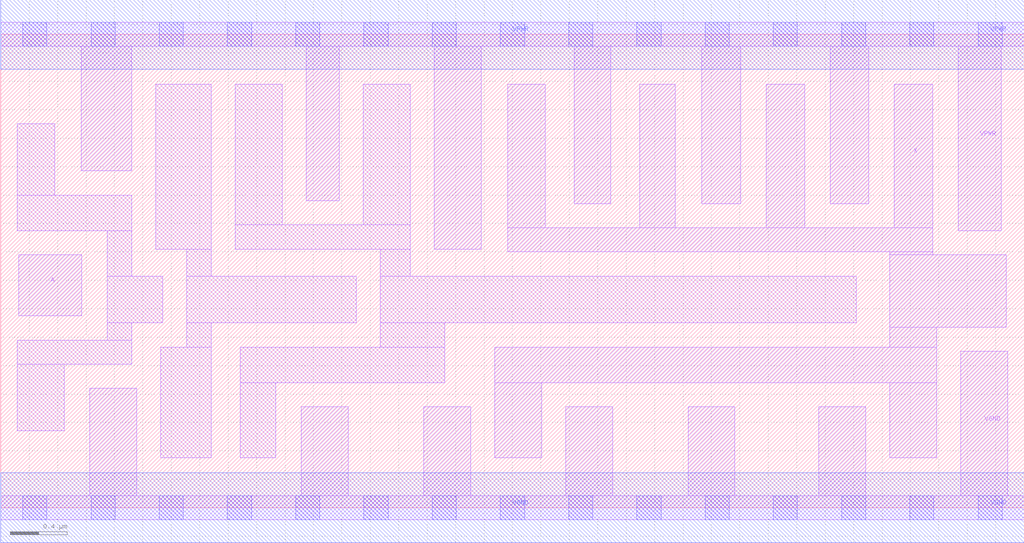
<source format=lef>
# Copyright 2020 The SkyWater PDK Authors
#
# Licensed under the Apache License, Version 2.0 (the "License");
# you may not use this file except in compliance with the License.
# You may obtain a copy of the License at
#
#     https://www.apache.org/licenses/LICENSE-2.0
#
# Unless required by applicable law or agreed to in writing, software
# distributed under the License is distributed on an "AS IS" BASIS,
# WITHOUT WARRANTIES OR CONDITIONS OF ANY KIND, either express or implied.
# See the License for the specific language governing permissions and
# limitations under the License.
#
# SPDX-License-Identifier: Apache-2.0

VERSION 5.7 ;
  NAMESCASESENSITIVE ON ;
  NOWIREEXTENSIONATPIN ON ;
  DIVIDERCHAR "/" ;
  BUSBITCHARS "[]" ;
UNITS
  DATABASE MICRONS 200 ;
END UNITS
MACRO sky130_fd_sc_ms__bufbuf_8
  CLASS CORE ;
  SOURCE USER ;
  FOREIGN sky130_fd_sc_ms__bufbuf_8 ;
  ORIGIN  0.000000  0.000000 ;
  SIZE  7.200000 BY  3.330000 ;
  SYMMETRY X Y ;
  SITE unit ;
  PIN A
    ANTENNAGATEAREA  0.233700 ;
    DIRECTION INPUT ;
    USE SIGNAL ;
    PORT
      LAYER li1 ;
        RECT 0.125000 1.350000 0.570000 1.780000 ;
    END
  END A
  PIN X
    ANTENNADIFFAREA  2.138800 ;
    DIRECTION OUTPUT ;
    USE SIGNAL ;
    PORT
      LAYER li1 ;
        RECT 3.475000 0.350000 3.805000 0.880000 ;
        RECT 3.475000 0.880000 6.585000 1.130000 ;
        RECT 3.565000 1.800000 6.555000 1.970000 ;
        RECT 3.565000 1.970000 3.830000 2.980000 ;
        RECT 4.495000 1.970000 4.745000 2.980000 ;
        RECT 5.385000 1.970000 5.655000 2.980000 ;
        RECT 6.255000 0.350000 6.585000 0.880000 ;
        RECT 6.255000 1.130000 6.585000 1.270000 ;
        RECT 6.255000 1.270000 7.075000 1.780000 ;
        RECT 6.255000 1.780000 6.555000 1.800000 ;
        RECT 6.285000 1.970000 6.555000 2.980000 ;
    END
  END X
  PIN VGND
    DIRECTION INOUT ;
    USE GROUND ;
    PORT
      LAYER li1 ;
        RECT 0.000000 -0.085000 7.200000 0.085000 ;
        RECT 0.625000  0.085000 0.955000 0.840000 ;
        RECT 2.115000  0.085000 2.445000 0.710000 ;
        RECT 2.975000  0.085000 3.305000 0.710000 ;
        RECT 3.975000  0.085000 4.305000 0.710000 ;
        RECT 4.835000  0.085000 5.165000 0.710000 ;
        RECT 5.755000  0.085000 6.085000 0.710000 ;
        RECT 6.755000  0.085000 7.085000 1.100000 ;
      LAYER mcon ;
        RECT 0.155000 -0.085000 0.325000 0.085000 ;
        RECT 0.635000 -0.085000 0.805000 0.085000 ;
        RECT 1.115000 -0.085000 1.285000 0.085000 ;
        RECT 1.595000 -0.085000 1.765000 0.085000 ;
        RECT 2.075000 -0.085000 2.245000 0.085000 ;
        RECT 2.555000 -0.085000 2.725000 0.085000 ;
        RECT 3.035000 -0.085000 3.205000 0.085000 ;
        RECT 3.515000 -0.085000 3.685000 0.085000 ;
        RECT 3.995000 -0.085000 4.165000 0.085000 ;
        RECT 4.475000 -0.085000 4.645000 0.085000 ;
        RECT 4.955000 -0.085000 5.125000 0.085000 ;
        RECT 5.435000 -0.085000 5.605000 0.085000 ;
        RECT 5.915000 -0.085000 6.085000 0.085000 ;
        RECT 6.395000 -0.085000 6.565000 0.085000 ;
        RECT 6.875000 -0.085000 7.045000 0.085000 ;
      LAYER met1 ;
        RECT 0.000000 -0.245000 7.200000 0.245000 ;
    END
  END VGND
  PIN VPWR
    DIRECTION INOUT ;
    USE POWER ;
    PORT
      LAYER li1 ;
        RECT 0.000000 3.245000 7.200000 3.415000 ;
        RECT 0.565000 2.370000 0.920000 3.245000 ;
        RECT 2.150000 2.160000 2.380000 3.245000 ;
        RECT 3.050000 1.820000 3.380000 3.245000 ;
        RECT 4.035000 2.140000 4.290000 3.245000 ;
        RECT 4.930000 2.140000 5.205000 3.245000 ;
        RECT 5.835000 2.140000 6.105000 3.245000 ;
        RECT 6.735000 1.950000 7.040000 3.245000 ;
      LAYER mcon ;
        RECT 0.155000 3.245000 0.325000 3.415000 ;
        RECT 0.635000 3.245000 0.805000 3.415000 ;
        RECT 1.115000 3.245000 1.285000 3.415000 ;
        RECT 1.595000 3.245000 1.765000 3.415000 ;
        RECT 2.075000 3.245000 2.245000 3.415000 ;
        RECT 2.555000 3.245000 2.725000 3.415000 ;
        RECT 3.035000 3.245000 3.205000 3.415000 ;
        RECT 3.515000 3.245000 3.685000 3.415000 ;
        RECT 3.995000 3.245000 4.165000 3.415000 ;
        RECT 4.475000 3.245000 4.645000 3.415000 ;
        RECT 4.955000 3.245000 5.125000 3.415000 ;
        RECT 5.435000 3.245000 5.605000 3.415000 ;
        RECT 5.915000 3.245000 6.085000 3.415000 ;
        RECT 6.395000 3.245000 6.565000 3.415000 ;
        RECT 6.875000 3.245000 7.045000 3.415000 ;
      LAYER met1 ;
        RECT 0.000000 3.085000 7.200000 3.575000 ;
    END
  END VPWR
  OBS
    LAYER li1 ;
      RECT 0.115000 0.540000 0.445000 1.010000 ;
      RECT 0.115000 1.010000 0.920000 1.180000 ;
      RECT 0.115000 1.950000 0.920000 2.200000 ;
      RECT 0.115000 2.200000 0.380000 2.700000 ;
      RECT 0.750000 1.180000 0.920000 1.300000 ;
      RECT 0.750000 1.300000 1.140000 1.630000 ;
      RECT 0.750000 1.630000 0.920000 1.950000 ;
      RECT 1.090000 1.820000 1.480000 2.980000 ;
      RECT 1.125000 0.350000 1.480000 1.130000 ;
      RECT 1.310000 1.130000 1.480000 1.300000 ;
      RECT 1.310000 1.300000 2.500000 1.630000 ;
      RECT 1.310000 1.630000 1.480000 1.820000 ;
      RECT 1.650000 1.820000 2.880000 1.990000 ;
      RECT 1.650000 1.990000 1.980000 2.980000 ;
      RECT 1.685000 0.350000 1.935000 0.880000 ;
      RECT 1.685000 0.880000 3.125000 1.130000 ;
      RECT 2.550000 1.990000 2.880000 2.980000 ;
      RECT 2.670000 1.130000 3.125000 1.300000 ;
      RECT 2.670000 1.300000 6.020000 1.630000 ;
      RECT 2.670000 1.630000 2.880000 1.820000 ;
  END
END sky130_fd_sc_ms__bufbuf_8

</source>
